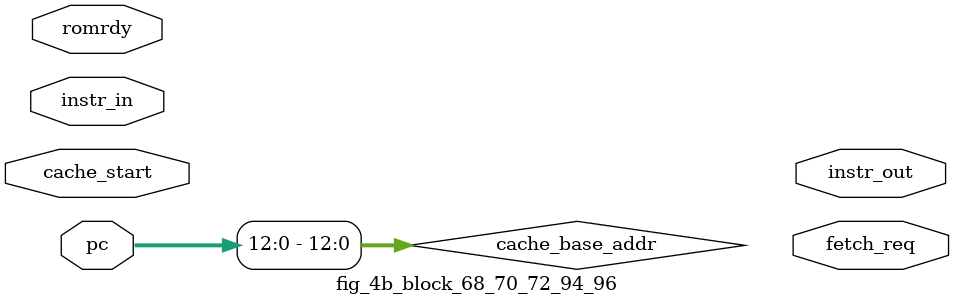
<source format=v>
`timescale 1ns / 1ps

/*

*/

module fig_4b_block_68_70_72_94_96(
	input [15:0] pc,
	input [7:0] instr_in,
	input cache_start,
	input romrdy,
	output reg fetch_req,
	output [7:0] instr_out );

	reg [12:0] cache_base_addr;
	wire orange;
	wire [5:0] cache_addr_hi;
	wire [63:0] tag_latch_en;

	//Block 500
	always @(cache_start)
	begin
		cache_base_addr <= pc[12:0];
	end
	
	//Block 502
	fig_14_block_502 subtractor (
		.pc(pc[15:3]),
		.cache_base_addr(cache_base_addr),
		.orange(orange),
		.cache_addr(cache_addr_hi)
	);
	
	//Block 504
	one_hot_6_bit demux (
		.selector(cache_addr_hi),
		.one_hot_output(tag_latch_en)
	);

endmodule

</source>
